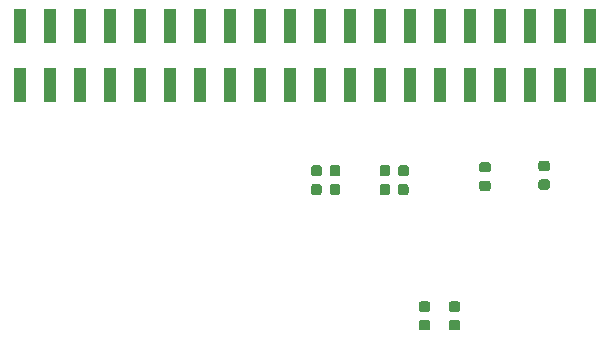
<source format=gbp>
G04 #@! TF.GenerationSoftware,KiCad,Pcbnew,(5.0.0)*
G04 #@! TF.CreationDate,2020-07-13T01:16:36+09:00*
G04 #@! TF.ProjectId,WioTerminal_TangNano,57696F5465726D696E616C5F54616E67,rev?*
G04 #@! TF.SameCoordinates,Original*
G04 #@! TF.FileFunction,Paste,Bot*
G04 #@! TF.FilePolarity,Positive*
%FSLAX46Y46*%
G04 Gerber Fmt 4.6, Leading zero omitted, Abs format (unit mm)*
G04 Created by KiCad (PCBNEW (5.0.0)) date 07/13/20 01:16:36*
%MOMM*%
%LPD*%
G01*
G04 APERTURE LIST*
%ADD10C,0.100000*%
%ADD11C,0.875000*%
%ADD12R,1.000000X3.000000*%
G04 APERTURE END LIST*
D10*
G04 #@! TO.C,R1*
G36*
X54477691Y31011447D02*
X54498926Y31008297D01*
X54519750Y31003081D01*
X54539962Y30995849D01*
X54559368Y30986670D01*
X54577781Y30975634D01*
X54595024Y30962846D01*
X54610930Y30948430D01*
X54625346Y30932524D01*
X54638134Y30915281D01*
X54649170Y30896868D01*
X54658349Y30877462D01*
X54665581Y30857250D01*
X54670797Y30836426D01*
X54673947Y30815191D01*
X54675000Y30793750D01*
X54675000Y30356250D01*
X54673947Y30334809D01*
X54670797Y30313574D01*
X54665581Y30292750D01*
X54658349Y30272538D01*
X54649170Y30253132D01*
X54638134Y30234719D01*
X54625346Y30217476D01*
X54610930Y30201570D01*
X54595024Y30187154D01*
X54577781Y30174366D01*
X54559368Y30163330D01*
X54539962Y30154151D01*
X54519750Y30146919D01*
X54498926Y30141703D01*
X54477691Y30138553D01*
X54456250Y30137500D01*
X53943750Y30137500D01*
X53922309Y30138553D01*
X53901074Y30141703D01*
X53880250Y30146919D01*
X53860038Y30154151D01*
X53840632Y30163330D01*
X53822219Y30174366D01*
X53804976Y30187154D01*
X53789070Y30201570D01*
X53774654Y30217476D01*
X53761866Y30234719D01*
X53750830Y30253132D01*
X53741651Y30272538D01*
X53734419Y30292750D01*
X53729203Y30313574D01*
X53726053Y30334809D01*
X53725000Y30356250D01*
X53725000Y30793750D01*
X53726053Y30815191D01*
X53729203Y30836426D01*
X53734419Y30857250D01*
X53741651Y30877462D01*
X53750830Y30896868D01*
X53761866Y30915281D01*
X53774654Y30932524D01*
X53789070Y30948430D01*
X53804976Y30962846D01*
X53822219Y30975634D01*
X53840632Y30986670D01*
X53860038Y30995849D01*
X53880250Y31003081D01*
X53901074Y31008297D01*
X53922309Y31011447D01*
X53943750Y31012500D01*
X54456250Y31012500D01*
X54477691Y31011447D01*
X54477691Y31011447D01*
G37*
D11*
X54200000Y30575000D03*
D10*
G36*
X54477691Y32586447D02*
X54498926Y32583297D01*
X54519750Y32578081D01*
X54539962Y32570849D01*
X54559368Y32561670D01*
X54577781Y32550634D01*
X54595024Y32537846D01*
X54610930Y32523430D01*
X54625346Y32507524D01*
X54638134Y32490281D01*
X54649170Y32471868D01*
X54658349Y32452462D01*
X54665581Y32432250D01*
X54670797Y32411426D01*
X54673947Y32390191D01*
X54675000Y32368750D01*
X54675000Y31931250D01*
X54673947Y31909809D01*
X54670797Y31888574D01*
X54665581Y31867750D01*
X54658349Y31847538D01*
X54649170Y31828132D01*
X54638134Y31809719D01*
X54625346Y31792476D01*
X54610930Y31776570D01*
X54595024Y31762154D01*
X54577781Y31749366D01*
X54559368Y31738330D01*
X54539962Y31729151D01*
X54519750Y31721919D01*
X54498926Y31716703D01*
X54477691Y31713553D01*
X54456250Y31712500D01*
X53943750Y31712500D01*
X53922309Y31713553D01*
X53901074Y31716703D01*
X53880250Y31721919D01*
X53860038Y31729151D01*
X53840632Y31738330D01*
X53822219Y31749366D01*
X53804976Y31762154D01*
X53789070Y31776570D01*
X53774654Y31792476D01*
X53761866Y31809719D01*
X53750830Y31828132D01*
X53741651Y31847538D01*
X53734419Y31867750D01*
X53729203Y31888574D01*
X53726053Y31909809D01*
X53725000Y31931250D01*
X53725000Y32368750D01*
X53726053Y32390191D01*
X53729203Y32411426D01*
X53734419Y32432250D01*
X53741651Y32452462D01*
X53750830Y32471868D01*
X53761866Y32490281D01*
X53774654Y32507524D01*
X53789070Y32523430D01*
X53804976Y32537846D01*
X53822219Y32550634D01*
X53840632Y32561670D01*
X53860038Y32570849D01*
X53880250Y32578081D01*
X53901074Y32583297D01*
X53922309Y32586447D01*
X53943750Y32587500D01*
X54456250Y32587500D01*
X54477691Y32586447D01*
X54477691Y32586447D01*
G37*
D11*
X54200000Y32150000D03*
G04 #@! TD*
D10*
G04 #@! TO.C,R2*
G36*
X49477691Y32486447D02*
X49498926Y32483297D01*
X49519750Y32478081D01*
X49539962Y32470849D01*
X49559368Y32461670D01*
X49577781Y32450634D01*
X49595024Y32437846D01*
X49610930Y32423430D01*
X49625346Y32407524D01*
X49638134Y32390281D01*
X49649170Y32371868D01*
X49658349Y32352462D01*
X49665581Y32332250D01*
X49670797Y32311426D01*
X49673947Y32290191D01*
X49675000Y32268750D01*
X49675000Y31831250D01*
X49673947Y31809809D01*
X49670797Y31788574D01*
X49665581Y31767750D01*
X49658349Y31747538D01*
X49649170Y31728132D01*
X49638134Y31709719D01*
X49625346Y31692476D01*
X49610930Y31676570D01*
X49595024Y31662154D01*
X49577781Y31649366D01*
X49559368Y31638330D01*
X49539962Y31629151D01*
X49519750Y31621919D01*
X49498926Y31616703D01*
X49477691Y31613553D01*
X49456250Y31612500D01*
X48943750Y31612500D01*
X48922309Y31613553D01*
X48901074Y31616703D01*
X48880250Y31621919D01*
X48860038Y31629151D01*
X48840632Y31638330D01*
X48822219Y31649366D01*
X48804976Y31662154D01*
X48789070Y31676570D01*
X48774654Y31692476D01*
X48761866Y31709719D01*
X48750830Y31728132D01*
X48741651Y31747538D01*
X48734419Y31767750D01*
X48729203Y31788574D01*
X48726053Y31809809D01*
X48725000Y31831250D01*
X48725000Y32268750D01*
X48726053Y32290191D01*
X48729203Y32311426D01*
X48734419Y32332250D01*
X48741651Y32352462D01*
X48750830Y32371868D01*
X48761866Y32390281D01*
X48774654Y32407524D01*
X48789070Y32423430D01*
X48804976Y32437846D01*
X48822219Y32450634D01*
X48840632Y32461670D01*
X48860038Y32470849D01*
X48880250Y32478081D01*
X48901074Y32483297D01*
X48922309Y32486447D01*
X48943750Y32487500D01*
X49456250Y32487500D01*
X49477691Y32486447D01*
X49477691Y32486447D01*
G37*
D11*
X49200000Y32050000D03*
D10*
G36*
X49477691Y30911447D02*
X49498926Y30908297D01*
X49519750Y30903081D01*
X49539962Y30895849D01*
X49559368Y30886670D01*
X49577781Y30875634D01*
X49595024Y30862846D01*
X49610930Y30848430D01*
X49625346Y30832524D01*
X49638134Y30815281D01*
X49649170Y30796868D01*
X49658349Y30777462D01*
X49665581Y30757250D01*
X49670797Y30736426D01*
X49673947Y30715191D01*
X49675000Y30693750D01*
X49675000Y30256250D01*
X49673947Y30234809D01*
X49670797Y30213574D01*
X49665581Y30192750D01*
X49658349Y30172538D01*
X49649170Y30153132D01*
X49638134Y30134719D01*
X49625346Y30117476D01*
X49610930Y30101570D01*
X49595024Y30087154D01*
X49577781Y30074366D01*
X49559368Y30063330D01*
X49539962Y30054151D01*
X49519750Y30046919D01*
X49498926Y30041703D01*
X49477691Y30038553D01*
X49456250Y30037500D01*
X48943750Y30037500D01*
X48922309Y30038553D01*
X48901074Y30041703D01*
X48880250Y30046919D01*
X48860038Y30054151D01*
X48840632Y30063330D01*
X48822219Y30074366D01*
X48804976Y30087154D01*
X48789070Y30101570D01*
X48774654Y30117476D01*
X48761866Y30134719D01*
X48750830Y30153132D01*
X48741651Y30172538D01*
X48734419Y30192750D01*
X48729203Y30213574D01*
X48726053Y30234809D01*
X48725000Y30256250D01*
X48725000Y30693750D01*
X48726053Y30715191D01*
X48729203Y30736426D01*
X48734419Y30757250D01*
X48741651Y30777462D01*
X48750830Y30796868D01*
X48761866Y30815281D01*
X48774654Y30832524D01*
X48789070Y30848430D01*
X48804976Y30862846D01*
X48822219Y30875634D01*
X48840632Y30886670D01*
X48860038Y30895849D01*
X48880250Y30903081D01*
X48901074Y30908297D01*
X48922309Y30911447D01*
X48943750Y30912500D01*
X49456250Y30912500D01*
X49477691Y30911447D01*
X49477691Y30911447D01*
G37*
D11*
X49200000Y30475000D03*
G04 #@! TD*
D10*
G04 #@! TO.C,R3*
G36*
X46896444Y20686447D02*
X46917679Y20683297D01*
X46938503Y20678081D01*
X46958715Y20670849D01*
X46978121Y20661670D01*
X46996534Y20650634D01*
X47013777Y20637846D01*
X47029683Y20623430D01*
X47044099Y20607524D01*
X47056887Y20590281D01*
X47067923Y20571868D01*
X47077102Y20552462D01*
X47084334Y20532250D01*
X47089550Y20511426D01*
X47092700Y20490191D01*
X47093753Y20468750D01*
X47093753Y20031250D01*
X47092700Y20009809D01*
X47089550Y19988574D01*
X47084334Y19967750D01*
X47077102Y19947538D01*
X47067923Y19928132D01*
X47056887Y19909719D01*
X47044099Y19892476D01*
X47029683Y19876570D01*
X47013777Y19862154D01*
X46996534Y19849366D01*
X46978121Y19838330D01*
X46958715Y19829151D01*
X46938503Y19821919D01*
X46917679Y19816703D01*
X46896444Y19813553D01*
X46875003Y19812500D01*
X46362503Y19812500D01*
X46341062Y19813553D01*
X46319827Y19816703D01*
X46299003Y19821919D01*
X46278791Y19829151D01*
X46259385Y19838330D01*
X46240972Y19849366D01*
X46223729Y19862154D01*
X46207823Y19876570D01*
X46193407Y19892476D01*
X46180619Y19909719D01*
X46169583Y19928132D01*
X46160404Y19947538D01*
X46153172Y19967750D01*
X46147956Y19988574D01*
X46144806Y20009809D01*
X46143753Y20031250D01*
X46143753Y20468750D01*
X46144806Y20490191D01*
X46147956Y20511426D01*
X46153172Y20532250D01*
X46160404Y20552462D01*
X46169583Y20571868D01*
X46180619Y20590281D01*
X46193407Y20607524D01*
X46207823Y20623430D01*
X46223729Y20637846D01*
X46240972Y20650634D01*
X46259385Y20661670D01*
X46278791Y20670849D01*
X46299003Y20678081D01*
X46319827Y20683297D01*
X46341062Y20686447D01*
X46362503Y20687500D01*
X46875003Y20687500D01*
X46896444Y20686447D01*
X46896444Y20686447D01*
G37*
D11*
X46618753Y20250000D03*
D10*
G36*
X46896444Y19111447D02*
X46917679Y19108297D01*
X46938503Y19103081D01*
X46958715Y19095849D01*
X46978121Y19086670D01*
X46996534Y19075634D01*
X47013777Y19062846D01*
X47029683Y19048430D01*
X47044099Y19032524D01*
X47056887Y19015281D01*
X47067923Y18996868D01*
X47077102Y18977462D01*
X47084334Y18957250D01*
X47089550Y18936426D01*
X47092700Y18915191D01*
X47093753Y18893750D01*
X47093753Y18456250D01*
X47092700Y18434809D01*
X47089550Y18413574D01*
X47084334Y18392750D01*
X47077102Y18372538D01*
X47067923Y18353132D01*
X47056887Y18334719D01*
X47044099Y18317476D01*
X47029683Y18301570D01*
X47013777Y18287154D01*
X46996534Y18274366D01*
X46978121Y18263330D01*
X46958715Y18254151D01*
X46938503Y18246919D01*
X46917679Y18241703D01*
X46896444Y18238553D01*
X46875003Y18237500D01*
X46362503Y18237500D01*
X46341062Y18238553D01*
X46319827Y18241703D01*
X46299003Y18246919D01*
X46278791Y18254151D01*
X46259385Y18263330D01*
X46240972Y18274366D01*
X46223729Y18287154D01*
X46207823Y18301570D01*
X46193407Y18317476D01*
X46180619Y18334719D01*
X46169583Y18353132D01*
X46160404Y18372538D01*
X46153172Y18392750D01*
X46147956Y18413574D01*
X46144806Y18434809D01*
X46143753Y18456250D01*
X46143753Y18893750D01*
X46144806Y18915191D01*
X46147956Y18936426D01*
X46153172Y18957250D01*
X46160404Y18977462D01*
X46169583Y18996868D01*
X46180619Y19015281D01*
X46193407Y19032524D01*
X46207823Y19048430D01*
X46223729Y19062846D01*
X46240972Y19075634D01*
X46259385Y19086670D01*
X46278791Y19095849D01*
X46299003Y19103081D01*
X46319827Y19108297D01*
X46341062Y19111447D01*
X46362503Y19112500D01*
X46875003Y19112500D01*
X46896444Y19111447D01*
X46896444Y19111447D01*
G37*
D11*
X46618753Y18675000D03*
G04 #@! TD*
D10*
G04 #@! TO.C,R4*
G36*
X44356444Y19111447D02*
X44377679Y19108297D01*
X44398503Y19103081D01*
X44418715Y19095849D01*
X44438121Y19086670D01*
X44456534Y19075634D01*
X44473777Y19062846D01*
X44489683Y19048430D01*
X44504099Y19032524D01*
X44516887Y19015281D01*
X44527923Y18996868D01*
X44537102Y18977462D01*
X44544334Y18957250D01*
X44549550Y18936426D01*
X44552700Y18915191D01*
X44553753Y18893750D01*
X44553753Y18456250D01*
X44552700Y18434809D01*
X44549550Y18413574D01*
X44544334Y18392750D01*
X44537102Y18372538D01*
X44527923Y18353132D01*
X44516887Y18334719D01*
X44504099Y18317476D01*
X44489683Y18301570D01*
X44473777Y18287154D01*
X44456534Y18274366D01*
X44438121Y18263330D01*
X44418715Y18254151D01*
X44398503Y18246919D01*
X44377679Y18241703D01*
X44356444Y18238553D01*
X44335003Y18237500D01*
X43822503Y18237500D01*
X43801062Y18238553D01*
X43779827Y18241703D01*
X43759003Y18246919D01*
X43738791Y18254151D01*
X43719385Y18263330D01*
X43700972Y18274366D01*
X43683729Y18287154D01*
X43667823Y18301570D01*
X43653407Y18317476D01*
X43640619Y18334719D01*
X43629583Y18353132D01*
X43620404Y18372538D01*
X43613172Y18392750D01*
X43607956Y18413574D01*
X43604806Y18434809D01*
X43603753Y18456250D01*
X43603753Y18893750D01*
X43604806Y18915191D01*
X43607956Y18936426D01*
X43613172Y18957250D01*
X43620404Y18977462D01*
X43629583Y18996868D01*
X43640619Y19015281D01*
X43653407Y19032524D01*
X43667823Y19048430D01*
X43683729Y19062846D01*
X43700972Y19075634D01*
X43719385Y19086670D01*
X43738791Y19095849D01*
X43759003Y19103081D01*
X43779827Y19108297D01*
X43801062Y19111447D01*
X43822503Y19112500D01*
X44335003Y19112500D01*
X44356444Y19111447D01*
X44356444Y19111447D01*
G37*
D11*
X44078753Y18675000D03*
D10*
G36*
X44356444Y20686447D02*
X44377679Y20683297D01*
X44398503Y20678081D01*
X44418715Y20670849D01*
X44438121Y20661670D01*
X44456534Y20650634D01*
X44473777Y20637846D01*
X44489683Y20623430D01*
X44504099Y20607524D01*
X44516887Y20590281D01*
X44527923Y20571868D01*
X44537102Y20552462D01*
X44544334Y20532250D01*
X44549550Y20511426D01*
X44552700Y20490191D01*
X44553753Y20468750D01*
X44553753Y20031250D01*
X44552700Y20009809D01*
X44549550Y19988574D01*
X44544334Y19967750D01*
X44537102Y19947538D01*
X44527923Y19928132D01*
X44516887Y19909719D01*
X44504099Y19892476D01*
X44489683Y19876570D01*
X44473777Y19862154D01*
X44456534Y19849366D01*
X44438121Y19838330D01*
X44418715Y19829151D01*
X44398503Y19821919D01*
X44377679Y19816703D01*
X44356444Y19813553D01*
X44335003Y19812500D01*
X43822503Y19812500D01*
X43801062Y19813553D01*
X43779827Y19816703D01*
X43759003Y19821919D01*
X43738791Y19829151D01*
X43719385Y19838330D01*
X43700972Y19849366D01*
X43683729Y19862154D01*
X43667823Y19876570D01*
X43653407Y19892476D01*
X43640619Y19909719D01*
X43629583Y19928132D01*
X43620404Y19947538D01*
X43613172Y19967750D01*
X43607956Y19988574D01*
X43604806Y20009809D01*
X43603753Y20031250D01*
X43603753Y20468750D01*
X43604806Y20490191D01*
X43607956Y20511426D01*
X43613172Y20532250D01*
X43620404Y20552462D01*
X43629583Y20571868D01*
X43640619Y20590281D01*
X43653407Y20607524D01*
X43667823Y20623430D01*
X43683729Y20637846D01*
X43700972Y20650634D01*
X43719385Y20661670D01*
X43738791Y20670849D01*
X43759003Y20678081D01*
X43779827Y20683297D01*
X43801062Y20686447D01*
X43822503Y20687500D01*
X44335003Y20687500D01*
X44356444Y20686447D01*
X44356444Y20686447D01*
G37*
D11*
X44078753Y20250000D03*
G04 #@! TD*
D10*
G04 #@! TO.C,R11*
G36*
X40965191Y32223947D02*
X40986426Y32220797D01*
X41007250Y32215581D01*
X41027462Y32208349D01*
X41046868Y32199170D01*
X41065281Y32188134D01*
X41082524Y32175346D01*
X41098430Y32160930D01*
X41112846Y32145024D01*
X41125634Y32127781D01*
X41136670Y32109368D01*
X41145849Y32089962D01*
X41153081Y32069750D01*
X41158297Y32048926D01*
X41161447Y32027691D01*
X41162500Y32006250D01*
X41162500Y31493750D01*
X41161447Y31472309D01*
X41158297Y31451074D01*
X41153081Y31430250D01*
X41145849Y31410038D01*
X41136670Y31390632D01*
X41125634Y31372219D01*
X41112846Y31354976D01*
X41098430Y31339070D01*
X41082524Y31324654D01*
X41065281Y31311866D01*
X41046868Y31300830D01*
X41027462Y31291651D01*
X41007250Y31284419D01*
X40986426Y31279203D01*
X40965191Y31276053D01*
X40943750Y31275000D01*
X40506250Y31275000D01*
X40484809Y31276053D01*
X40463574Y31279203D01*
X40442750Y31284419D01*
X40422538Y31291651D01*
X40403132Y31300830D01*
X40384719Y31311866D01*
X40367476Y31324654D01*
X40351570Y31339070D01*
X40337154Y31354976D01*
X40324366Y31372219D01*
X40313330Y31390632D01*
X40304151Y31410038D01*
X40296919Y31430250D01*
X40291703Y31451074D01*
X40288553Y31472309D01*
X40287500Y31493750D01*
X40287500Y32006250D01*
X40288553Y32027691D01*
X40291703Y32048926D01*
X40296919Y32069750D01*
X40304151Y32089962D01*
X40313330Y32109368D01*
X40324366Y32127781D01*
X40337154Y32145024D01*
X40351570Y32160930D01*
X40367476Y32175346D01*
X40384719Y32188134D01*
X40403132Y32199170D01*
X40422538Y32208349D01*
X40442750Y32215581D01*
X40463574Y32220797D01*
X40484809Y32223947D01*
X40506250Y32225000D01*
X40943750Y32225000D01*
X40965191Y32223947D01*
X40965191Y32223947D01*
G37*
D11*
X40725000Y31750000D03*
D10*
G36*
X42540191Y32223947D02*
X42561426Y32220797D01*
X42582250Y32215581D01*
X42602462Y32208349D01*
X42621868Y32199170D01*
X42640281Y32188134D01*
X42657524Y32175346D01*
X42673430Y32160930D01*
X42687846Y32145024D01*
X42700634Y32127781D01*
X42711670Y32109368D01*
X42720849Y32089962D01*
X42728081Y32069750D01*
X42733297Y32048926D01*
X42736447Y32027691D01*
X42737500Y32006250D01*
X42737500Y31493750D01*
X42736447Y31472309D01*
X42733297Y31451074D01*
X42728081Y31430250D01*
X42720849Y31410038D01*
X42711670Y31390632D01*
X42700634Y31372219D01*
X42687846Y31354976D01*
X42673430Y31339070D01*
X42657524Y31324654D01*
X42640281Y31311866D01*
X42621868Y31300830D01*
X42602462Y31291651D01*
X42582250Y31284419D01*
X42561426Y31279203D01*
X42540191Y31276053D01*
X42518750Y31275000D01*
X42081250Y31275000D01*
X42059809Y31276053D01*
X42038574Y31279203D01*
X42017750Y31284419D01*
X41997538Y31291651D01*
X41978132Y31300830D01*
X41959719Y31311866D01*
X41942476Y31324654D01*
X41926570Y31339070D01*
X41912154Y31354976D01*
X41899366Y31372219D01*
X41888330Y31390632D01*
X41879151Y31410038D01*
X41871919Y31430250D01*
X41866703Y31451074D01*
X41863553Y31472309D01*
X41862500Y31493750D01*
X41862500Y32006250D01*
X41863553Y32027691D01*
X41866703Y32048926D01*
X41871919Y32069750D01*
X41879151Y32089962D01*
X41888330Y32109368D01*
X41899366Y32127781D01*
X41912154Y32145024D01*
X41926570Y32160930D01*
X41942476Y32175346D01*
X41959719Y32188134D01*
X41978132Y32199170D01*
X41997538Y32208349D01*
X42017750Y32215581D01*
X42038574Y32220797D01*
X42059809Y32223947D01*
X42081250Y32225000D01*
X42518750Y32225000D01*
X42540191Y32223947D01*
X42540191Y32223947D01*
G37*
D11*
X42300000Y31750000D03*
G04 #@! TD*
D10*
G04 #@! TO.C,R12*
G36*
X42527691Y30623947D02*
X42548926Y30620797D01*
X42569750Y30615581D01*
X42589962Y30608349D01*
X42609368Y30599170D01*
X42627781Y30588134D01*
X42645024Y30575346D01*
X42660930Y30560930D01*
X42675346Y30545024D01*
X42688134Y30527781D01*
X42699170Y30509368D01*
X42708349Y30489962D01*
X42715581Y30469750D01*
X42720797Y30448926D01*
X42723947Y30427691D01*
X42725000Y30406250D01*
X42725000Y29893750D01*
X42723947Y29872309D01*
X42720797Y29851074D01*
X42715581Y29830250D01*
X42708349Y29810038D01*
X42699170Y29790632D01*
X42688134Y29772219D01*
X42675346Y29754976D01*
X42660930Y29739070D01*
X42645024Y29724654D01*
X42627781Y29711866D01*
X42609368Y29700830D01*
X42589962Y29691651D01*
X42569750Y29684419D01*
X42548926Y29679203D01*
X42527691Y29676053D01*
X42506250Y29675000D01*
X42068750Y29675000D01*
X42047309Y29676053D01*
X42026074Y29679203D01*
X42005250Y29684419D01*
X41985038Y29691651D01*
X41965632Y29700830D01*
X41947219Y29711866D01*
X41929976Y29724654D01*
X41914070Y29739070D01*
X41899654Y29754976D01*
X41886866Y29772219D01*
X41875830Y29790632D01*
X41866651Y29810038D01*
X41859419Y29830250D01*
X41854203Y29851074D01*
X41851053Y29872309D01*
X41850000Y29893750D01*
X41850000Y30406250D01*
X41851053Y30427691D01*
X41854203Y30448926D01*
X41859419Y30469750D01*
X41866651Y30489962D01*
X41875830Y30509368D01*
X41886866Y30527781D01*
X41899654Y30545024D01*
X41914070Y30560930D01*
X41929976Y30575346D01*
X41947219Y30588134D01*
X41965632Y30599170D01*
X41985038Y30608349D01*
X42005250Y30615581D01*
X42026074Y30620797D01*
X42047309Y30623947D01*
X42068750Y30625000D01*
X42506250Y30625000D01*
X42527691Y30623947D01*
X42527691Y30623947D01*
G37*
D11*
X42287500Y30150000D03*
D10*
G36*
X40952691Y30623947D02*
X40973926Y30620797D01*
X40994750Y30615581D01*
X41014962Y30608349D01*
X41034368Y30599170D01*
X41052781Y30588134D01*
X41070024Y30575346D01*
X41085930Y30560930D01*
X41100346Y30545024D01*
X41113134Y30527781D01*
X41124170Y30509368D01*
X41133349Y30489962D01*
X41140581Y30469750D01*
X41145797Y30448926D01*
X41148947Y30427691D01*
X41150000Y30406250D01*
X41150000Y29893750D01*
X41148947Y29872309D01*
X41145797Y29851074D01*
X41140581Y29830250D01*
X41133349Y29810038D01*
X41124170Y29790632D01*
X41113134Y29772219D01*
X41100346Y29754976D01*
X41085930Y29739070D01*
X41070024Y29724654D01*
X41052781Y29711866D01*
X41034368Y29700830D01*
X41014962Y29691651D01*
X40994750Y29684419D01*
X40973926Y29679203D01*
X40952691Y29676053D01*
X40931250Y29675000D01*
X40493750Y29675000D01*
X40472309Y29676053D01*
X40451074Y29679203D01*
X40430250Y29684419D01*
X40410038Y29691651D01*
X40390632Y29700830D01*
X40372219Y29711866D01*
X40354976Y29724654D01*
X40339070Y29739070D01*
X40324654Y29754976D01*
X40311866Y29772219D01*
X40300830Y29790632D01*
X40291651Y29810038D01*
X40284419Y29830250D01*
X40279203Y29851074D01*
X40276053Y29872309D01*
X40275000Y29893750D01*
X40275000Y30406250D01*
X40276053Y30427691D01*
X40279203Y30448926D01*
X40284419Y30469750D01*
X40291651Y30489962D01*
X40300830Y30509368D01*
X40311866Y30527781D01*
X40324654Y30545024D01*
X40339070Y30560930D01*
X40354976Y30575346D01*
X40372219Y30588134D01*
X40390632Y30599170D01*
X40410038Y30608349D01*
X40430250Y30615581D01*
X40451074Y30620797D01*
X40472309Y30623947D01*
X40493750Y30625000D01*
X40931250Y30625000D01*
X40952691Y30623947D01*
X40952691Y30623947D01*
G37*
D11*
X40712500Y30150000D03*
G04 #@! TD*
D10*
G04 #@! TO.C,R13*
G36*
X36740191Y32223947D02*
X36761426Y32220797D01*
X36782250Y32215581D01*
X36802462Y32208349D01*
X36821868Y32199170D01*
X36840281Y32188134D01*
X36857524Y32175346D01*
X36873430Y32160930D01*
X36887846Y32145024D01*
X36900634Y32127781D01*
X36911670Y32109368D01*
X36920849Y32089962D01*
X36928081Y32069750D01*
X36933297Y32048926D01*
X36936447Y32027691D01*
X36937500Y32006250D01*
X36937500Y31493750D01*
X36936447Y31472309D01*
X36933297Y31451074D01*
X36928081Y31430250D01*
X36920849Y31410038D01*
X36911670Y31390632D01*
X36900634Y31372219D01*
X36887846Y31354976D01*
X36873430Y31339070D01*
X36857524Y31324654D01*
X36840281Y31311866D01*
X36821868Y31300830D01*
X36802462Y31291651D01*
X36782250Y31284419D01*
X36761426Y31279203D01*
X36740191Y31276053D01*
X36718750Y31275000D01*
X36281250Y31275000D01*
X36259809Y31276053D01*
X36238574Y31279203D01*
X36217750Y31284419D01*
X36197538Y31291651D01*
X36178132Y31300830D01*
X36159719Y31311866D01*
X36142476Y31324654D01*
X36126570Y31339070D01*
X36112154Y31354976D01*
X36099366Y31372219D01*
X36088330Y31390632D01*
X36079151Y31410038D01*
X36071919Y31430250D01*
X36066703Y31451074D01*
X36063553Y31472309D01*
X36062500Y31493750D01*
X36062500Y32006250D01*
X36063553Y32027691D01*
X36066703Y32048926D01*
X36071919Y32069750D01*
X36079151Y32089962D01*
X36088330Y32109368D01*
X36099366Y32127781D01*
X36112154Y32145024D01*
X36126570Y32160930D01*
X36142476Y32175346D01*
X36159719Y32188134D01*
X36178132Y32199170D01*
X36197538Y32208349D01*
X36217750Y32215581D01*
X36238574Y32220797D01*
X36259809Y32223947D01*
X36281250Y32225000D01*
X36718750Y32225000D01*
X36740191Y32223947D01*
X36740191Y32223947D01*
G37*
D11*
X36500000Y31750000D03*
D10*
G36*
X35165191Y32223947D02*
X35186426Y32220797D01*
X35207250Y32215581D01*
X35227462Y32208349D01*
X35246868Y32199170D01*
X35265281Y32188134D01*
X35282524Y32175346D01*
X35298430Y32160930D01*
X35312846Y32145024D01*
X35325634Y32127781D01*
X35336670Y32109368D01*
X35345849Y32089962D01*
X35353081Y32069750D01*
X35358297Y32048926D01*
X35361447Y32027691D01*
X35362500Y32006250D01*
X35362500Y31493750D01*
X35361447Y31472309D01*
X35358297Y31451074D01*
X35353081Y31430250D01*
X35345849Y31410038D01*
X35336670Y31390632D01*
X35325634Y31372219D01*
X35312846Y31354976D01*
X35298430Y31339070D01*
X35282524Y31324654D01*
X35265281Y31311866D01*
X35246868Y31300830D01*
X35227462Y31291651D01*
X35207250Y31284419D01*
X35186426Y31279203D01*
X35165191Y31276053D01*
X35143750Y31275000D01*
X34706250Y31275000D01*
X34684809Y31276053D01*
X34663574Y31279203D01*
X34642750Y31284419D01*
X34622538Y31291651D01*
X34603132Y31300830D01*
X34584719Y31311866D01*
X34567476Y31324654D01*
X34551570Y31339070D01*
X34537154Y31354976D01*
X34524366Y31372219D01*
X34513330Y31390632D01*
X34504151Y31410038D01*
X34496919Y31430250D01*
X34491703Y31451074D01*
X34488553Y31472309D01*
X34487500Y31493750D01*
X34487500Y32006250D01*
X34488553Y32027691D01*
X34491703Y32048926D01*
X34496919Y32069750D01*
X34504151Y32089962D01*
X34513330Y32109368D01*
X34524366Y32127781D01*
X34537154Y32145024D01*
X34551570Y32160930D01*
X34567476Y32175346D01*
X34584719Y32188134D01*
X34603132Y32199170D01*
X34622538Y32208349D01*
X34642750Y32215581D01*
X34663574Y32220797D01*
X34684809Y32223947D01*
X34706250Y32225000D01*
X35143750Y32225000D01*
X35165191Y32223947D01*
X35165191Y32223947D01*
G37*
D11*
X34925000Y31750000D03*
G04 #@! TD*
D10*
G04 #@! TO.C,R14*
G36*
X35165191Y30623947D02*
X35186426Y30620797D01*
X35207250Y30615581D01*
X35227462Y30608349D01*
X35246868Y30599170D01*
X35265281Y30588134D01*
X35282524Y30575346D01*
X35298430Y30560930D01*
X35312846Y30545024D01*
X35325634Y30527781D01*
X35336670Y30509368D01*
X35345849Y30489962D01*
X35353081Y30469750D01*
X35358297Y30448926D01*
X35361447Y30427691D01*
X35362500Y30406250D01*
X35362500Y29893750D01*
X35361447Y29872309D01*
X35358297Y29851074D01*
X35353081Y29830250D01*
X35345849Y29810038D01*
X35336670Y29790632D01*
X35325634Y29772219D01*
X35312846Y29754976D01*
X35298430Y29739070D01*
X35282524Y29724654D01*
X35265281Y29711866D01*
X35246868Y29700830D01*
X35227462Y29691651D01*
X35207250Y29684419D01*
X35186426Y29679203D01*
X35165191Y29676053D01*
X35143750Y29675000D01*
X34706250Y29675000D01*
X34684809Y29676053D01*
X34663574Y29679203D01*
X34642750Y29684419D01*
X34622538Y29691651D01*
X34603132Y29700830D01*
X34584719Y29711866D01*
X34567476Y29724654D01*
X34551570Y29739070D01*
X34537154Y29754976D01*
X34524366Y29772219D01*
X34513330Y29790632D01*
X34504151Y29810038D01*
X34496919Y29830250D01*
X34491703Y29851074D01*
X34488553Y29872309D01*
X34487500Y29893750D01*
X34487500Y30406250D01*
X34488553Y30427691D01*
X34491703Y30448926D01*
X34496919Y30469750D01*
X34504151Y30489962D01*
X34513330Y30509368D01*
X34524366Y30527781D01*
X34537154Y30545024D01*
X34551570Y30560930D01*
X34567476Y30575346D01*
X34584719Y30588134D01*
X34603132Y30599170D01*
X34622538Y30608349D01*
X34642750Y30615581D01*
X34663574Y30620797D01*
X34684809Y30623947D01*
X34706250Y30625000D01*
X35143750Y30625000D01*
X35165191Y30623947D01*
X35165191Y30623947D01*
G37*
D11*
X34925000Y30150000D03*
D10*
G36*
X36740191Y30623947D02*
X36761426Y30620797D01*
X36782250Y30615581D01*
X36802462Y30608349D01*
X36821868Y30599170D01*
X36840281Y30588134D01*
X36857524Y30575346D01*
X36873430Y30560930D01*
X36887846Y30545024D01*
X36900634Y30527781D01*
X36911670Y30509368D01*
X36920849Y30489962D01*
X36928081Y30469750D01*
X36933297Y30448926D01*
X36936447Y30427691D01*
X36937500Y30406250D01*
X36937500Y29893750D01*
X36936447Y29872309D01*
X36933297Y29851074D01*
X36928081Y29830250D01*
X36920849Y29810038D01*
X36911670Y29790632D01*
X36900634Y29772219D01*
X36887846Y29754976D01*
X36873430Y29739070D01*
X36857524Y29724654D01*
X36840281Y29711866D01*
X36821868Y29700830D01*
X36802462Y29691651D01*
X36782250Y29684419D01*
X36761426Y29679203D01*
X36740191Y29676053D01*
X36718750Y29675000D01*
X36281250Y29675000D01*
X36259809Y29676053D01*
X36238574Y29679203D01*
X36217750Y29684419D01*
X36197538Y29691651D01*
X36178132Y29700830D01*
X36159719Y29711866D01*
X36142476Y29724654D01*
X36126570Y29739070D01*
X36112154Y29754976D01*
X36099366Y29772219D01*
X36088330Y29790632D01*
X36079151Y29810038D01*
X36071919Y29830250D01*
X36066703Y29851074D01*
X36063553Y29872309D01*
X36062500Y29893750D01*
X36062500Y30406250D01*
X36063553Y30427691D01*
X36066703Y30448926D01*
X36071919Y30469750D01*
X36079151Y30489962D01*
X36088330Y30509368D01*
X36099366Y30527781D01*
X36112154Y30545024D01*
X36126570Y30560930D01*
X36142476Y30575346D01*
X36159719Y30588134D01*
X36178132Y30599170D01*
X36197538Y30608349D01*
X36217750Y30615581D01*
X36238574Y30620797D01*
X36259809Y30623947D01*
X36281250Y30625000D01*
X36718750Y30625000D01*
X36740191Y30623947D01*
X36740191Y30623947D01*
G37*
D11*
X36500000Y30150000D03*
G04 #@! TD*
D12*
G04 #@! TO.C,J9*
X9870000Y38980000D03*
X9870000Y44020000D03*
X12410000Y38980000D03*
X12410000Y44020000D03*
X14950000Y38980000D03*
X14950000Y44020000D03*
X17490000Y38980000D03*
X17490000Y44020000D03*
X20030000Y38980000D03*
X20030000Y44020000D03*
X22570000Y38980000D03*
X22570000Y44020000D03*
X25110000Y38980000D03*
X25110000Y44020000D03*
X27650000Y38980000D03*
X27650000Y44020000D03*
X30190000Y38980000D03*
X30190000Y44020000D03*
X32730000Y38980000D03*
X32730000Y44020000D03*
X35270000Y38980000D03*
X35270000Y44020000D03*
X37810000Y38980000D03*
X37810000Y44020000D03*
X40350000Y38980000D03*
X40350000Y44020000D03*
X42890000Y38980000D03*
X42890000Y44020000D03*
X45430000Y38980000D03*
X45430000Y44020000D03*
X47970000Y38980000D03*
X47970000Y44020000D03*
X50510000Y38980000D03*
X50510000Y44020000D03*
X53050000Y38980000D03*
X53050000Y44020000D03*
X55590000Y38980000D03*
X55590000Y44020000D03*
X58130000Y38980000D03*
X58130000Y44020000D03*
G04 #@! TD*
M02*

</source>
